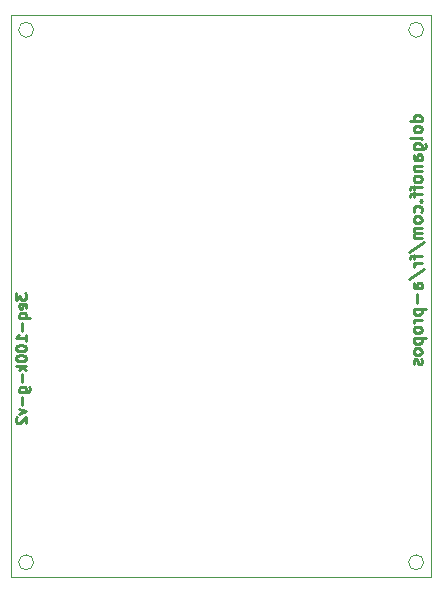
<source format=gbo>
%FSLAX46Y46*%
G04 Gerber Fmt 4.6, Leading zero omitted, Abs format (unit mm)*
G04 Created by KiCad (PCBNEW (2014-08-26 BZR 5101)-product) date 01/09/2014 17:51:50*
%MOMM*%
G01*
G04 APERTURE LIST*
%ADD10C,0.100000*%
%ADD11C,0.254000*%
%ADD12C,0.222250*%
%ADD13C,1.778000*%
%ADD14R,1.778000X1.778000*%
%ADD15R,2.286000X1.778000*%
%ADD16O,2.286000X1.778000*%
G04 APERTURE END LIST*
D10*
D11*
X147144619Y-85186763D02*
X146128619Y-85186763D01*
X147096238Y-85186763D02*
X147144619Y-85090001D01*
X147144619Y-84896478D01*
X147096238Y-84799716D01*
X147047857Y-84751335D01*
X146951095Y-84702954D01*
X146660810Y-84702954D01*
X146564048Y-84751335D01*
X146515667Y-84799716D01*
X146467286Y-84896478D01*
X146467286Y-85090001D01*
X146515667Y-85186763D01*
X147144619Y-85815716D02*
X147096238Y-85718954D01*
X147047857Y-85670573D01*
X146951095Y-85622192D01*
X146660810Y-85622192D01*
X146564048Y-85670573D01*
X146515667Y-85718954D01*
X146467286Y-85815716D01*
X146467286Y-85960858D01*
X146515667Y-86057620D01*
X146564048Y-86106001D01*
X146660810Y-86154382D01*
X146951095Y-86154382D01*
X147047857Y-86106001D01*
X147096238Y-86057620D01*
X147144619Y-85960858D01*
X147144619Y-85815716D01*
X147144619Y-86734954D02*
X147096238Y-86638192D01*
X146999476Y-86589811D01*
X146128619Y-86589811D01*
X146467286Y-87557429D02*
X147289762Y-87557429D01*
X147386524Y-87509048D01*
X147434905Y-87460667D01*
X147483286Y-87363906D01*
X147483286Y-87218763D01*
X147434905Y-87122001D01*
X147096238Y-87557429D02*
X147144619Y-87460667D01*
X147144619Y-87267144D01*
X147096238Y-87170382D01*
X147047857Y-87122001D01*
X146951095Y-87073620D01*
X146660810Y-87073620D01*
X146564048Y-87122001D01*
X146515667Y-87170382D01*
X146467286Y-87267144D01*
X146467286Y-87460667D01*
X146515667Y-87557429D01*
X147144619Y-88476667D02*
X146612429Y-88476667D01*
X146515667Y-88428286D01*
X146467286Y-88331524D01*
X146467286Y-88138001D01*
X146515667Y-88041239D01*
X147096238Y-88476667D02*
X147144619Y-88379905D01*
X147144619Y-88138001D01*
X147096238Y-88041239D01*
X146999476Y-87992858D01*
X146902714Y-87992858D01*
X146805952Y-88041239D01*
X146757571Y-88138001D01*
X146757571Y-88379905D01*
X146709190Y-88476667D01*
X146467286Y-88960477D02*
X147144619Y-88960477D01*
X146564048Y-88960477D02*
X146515667Y-89008858D01*
X146467286Y-89105620D01*
X146467286Y-89250762D01*
X146515667Y-89347524D01*
X146612429Y-89395905D01*
X147144619Y-89395905D01*
X147144619Y-90024858D02*
X147096238Y-89928096D01*
X147047857Y-89879715D01*
X146951095Y-89831334D01*
X146660810Y-89831334D01*
X146564048Y-89879715D01*
X146515667Y-89928096D01*
X146467286Y-90024858D01*
X146467286Y-90170000D01*
X146515667Y-90266762D01*
X146564048Y-90315143D01*
X146660810Y-90363524D01*
X146951095Y-90363524D01*
X147047857Y-90315143D01*
X147096238Y-90266762D01*
X147144619Y-90170000D01*
X147144619Y-90024858D01*
X146467286Y-90653810D02*
X146467286Y-91040858D01*
X147144619Y-90798953D02*
X146273762Y-90798953D01*
X146177000Y-90847334D01*
X146128619Y-90944096D01*
X146128619Y-91040858D01*
X146467286Y-91234381D02*
X146467286Y-91621429D01*
X147144619Y-91379524D02*
X146273762Y-91379524D01*
X146177000Y-91427905D01*
X146128619Y-91524667D01*
X146128619Y-91621429D01*
X147047857Y-91960095D02*
X147096238Y-92008476D01*
X147144619Y-91960095D01*
X147096238Y-91911714D01*
X147047857Y-91960095D01*
X147144619Y-91960095D01*
X147096238Y-92879333D02*
X147144619Y-92782571D01*
X147144619Y-92589048D01*
X147096238Y-92492286D01*
X147047857Y-92443905D01*
X146951095Y-92395524D01*
X146660810Y-92395524D01*
X146564048Y-92443905D01*
X146515667Y-92492286D01*
X146467286Y-92589048D01*
X146467286Y-92782571D01*
X146515667Y-92879333D01*
X147144619Y-93459905D02*
X147096238Y-93363143D01*
X147047857Y-93314762D01*
X146951095Y-93266381D01*
X146660810Y-93266381D01*
X146564048Y-93314762D01*
X146515667Y-93363143D01*
X146467286Y-93459905D01*
X146467286Y-93605047D01*
X146515667Y-93701809D01*
X146564048Y-93750190D01*
X146660810Y-93798571D01*
X146951095Y-93798571D01*
X147047857Y-93750190D01*
X147096238Y-93701809D01*
X147144619Y-93605047D01*
X147144619Y-93459905D01*
X147144619Y-94234000D02*
X146467286Y-94234000D01*
X146564048Y-94234000D02*
X146515667Y-94282381D01*
X146467286Y-94379143D01*
X146467286Y-94524285D01*
X146515667Y-94621047D01*
X146612429Y-94669428D01*
X147144619Y-94669428D01*
X146612429Y-94669428D02*
X146515667Y-94717809D01*
X146467286Y-94814571D01*
X146467286Y-94959714D01*
X146515667Y-95056476D01*
X146612429Y-95104857D01*
X147144619Y-95104857D01*
X146080238Y-96314381D02*
X147386524Y-95443524D01*
X146467286Y-96507905D02*
X146467286Y-96894953D01*
X147144619Y-96653048D02*
X146273762Y-96653048D01*
X146177000Y-96701429D01*
X146128619Y-96798191D01*
X146128619Y-96894953D01*
X147144619Y-97233619D02*
X146467286Y-97233619D01*
X146660810Y-97233619D02*
X146564048Y-97282000D01*
X146515667Y-97330381D01*
X146467286Y-97427143D01*
X146467286Y-97523904D01*
X146080238Y-98588285D02*
X147386524Y-97717428D01*
X147144619Y-99362380D02*
X146612429Y-99362380D01*
X146515667Y-99313999D01*
X146467286Y-99217237D01*
X146467286Y-99023714D01*
X146515667Y-98926952D01*
X147096238Y-99362380D02*
X147144619Y-99265618D01*
X147144619Y-99023714D01*
X147096238Y-98926952D01*
X146999476Y-98878571D01*
X146902714Y-98878571D01*
X146805952Y-98926952D01*
X146757571Y-99023714D01*
X146757571Y-99265618D01*
X146709190Y-99362380D01*
X146757571Y-99846190D02*
X146757571Y-100620285D01*
X146467286Y-101104095D02*
X147483286Y-101104095D01*
X146515667Y-101104095D02*
X146467286Y-101200857D01*
X146467286Y-101394380D01*
X146515667Y-101491142D01*
X146564048Y-101539523D01*
X146660810Y-101587904D01*
X146951095Y-101587904D01*
X147047857Y-101539523D01*
X147096238Y-101491142D01*
X147144619Y-101394380D01*
X147144619Y-101200857D01*
X147096238Y-101104095D01*
X147144619Y-102023333D02*
X146467286Y-102023333D01*
X146660810Y-102023333D02*
X146564048Y-102071714D01*
X146515667Y-102120095D01*
X146467286Y-102216857D01*
X146467286Y-102313618D01*
X147144619Y-102797428D02*
X147096238Y-102700666D01*
X147047857Y-102652285D01*
X146951095Y-102603904D01*
X146660810Y-102603904D01*
X146564048Y-102652285D01*
X146515667Y-102700666D01*
X146467286Y-102797428D01*
X146467286Y-102942570D01*
X146515667Y-103039332D01*
X146564048Y-103087713D01*
X146660810Y-103136094D01*
X146951095Y-103136094D01*
X147047857Y-103087713D01*
X147096238Y-103039332D01*
X147144619Y-102942570D01*
X147144619Y-102797428D01*
X146467286Y-103571523D02*
X147483286Y-103571523D01*
X146515667Y-103571523D02*
X146467286Y-103668285D01*
X146467286Y-103861808D01*
X146515667Y-103958570D01*
X146564048Y-104006951D01*
X146660810Y-104055332D01*
X146951095Y-104055332D01*
X147047857Y-104006951D01*
X147096238Y-103958570D01*
X147144619Y-103861808D01*
X147144619Y-103668285D01*
X147096238Y-103571523D01*
X147144619Y-104635904D02*
X147096238Y-104539142D01*
X147047857Y-104490761D01*
X146951095Y-104442380D01*
X146660810Y-104442380D01*
X146564048Y-104490761D01*
X146515667Y-104539142D01*
X146467286Y-104635904D01*
X146467286Y-104781046D01*
X146515667Y-104877808D01*
X146564048Y-104926189D01*
X146660810Y-104974570D01*
X146951095Y-104974570D01*
X147047857Y-104926189D01*
X147096238Y-104877808D01*
X147144619Y-104781046D01*
X147144619Y-104635904D01*
X147096238Y-105361618D02*
X147144619Y-105458380D01*
X147144619Y-105651904D01*
X147096238Y-105748665D01*
X146999476Y-105797046D01*
X146951095Y-105797046D01*
X146854333Y-105748665D01*
X146805952Y-105651904D01*
X146805952Y-105506761D01*
X146757571Y-105409999D01*
X146660810Y-105361618D01*
X146612429Y-105361618D01*
X146515667Y-105409999D01*
X146467286Y-105506761D01*
X146467286Y-105651904D01*
X146515667Y-105748665D01*
D12*
X112797167Y-99758499D02*
X112797167Y-100308832D01*
X113135833Y-100012499D01*
X113135833Y-100139499D01*
X113178167Y-100224166D01*
X113220500Y-100266499D01*
X113305167Y-100308832D01*
X113516833Y-100308832D01*
X113601500Y-100266499D01*
X113643833Y-100224166D01*
X113686167Y-100139499D01*
X113686167Y-99885499D01*
X113643833Y-99800832D01*
X113601500Y-99758499D01*
X113643833Y-101028499D02*
X113686167Y-100943833D01*
X113686167Y-100774499D01*
X113643833Y-100689833D01*
X113559167Y-100647499D01*
X113220500Y-100647499D01*
X113135833Y-100689833D01*
X113093500Y-100774499D01*
X113093500Y-100943833D01*
X113135833Y-101028499D01*
X113220500Y-101070833D01*
X113305167Y-101070833D01*
X113389833Y-100647499D01*
X113093500Y-101832833D02*
X113982500Y-101832833D01*
X113643833Y-101832833D02*
X113686167Y-101748166D01*
X113686167Y-101578833D01*
X113643833Y-101494166D01*
X113601500Y-101451833D01*
X113516833Y-101409499D01*
X113262833Y-101409499D01*
X113178167Y-101451833D01*
X113135833Y-101494166D01*
X113093500Y-101578833D01*
X113093500Y-101748166D01*
X113135833Y-101832833D01*
X113347500Y-102256166D02*
X113347500Y-102933499D01*
X113686167Y-103822499D02*
X113686167Y-103314499D01*
X113686167Y-103568499D02*
X112797167Y-103568499D01*
X112924167Y-103483833D01*
X113008833Y-103399166D01*
X113051167Y-103314499D01*
X112797167Y-104372833D02*
X112797167Y-104457500D01*
X112839500Y-104542166D01*
X112881833Y-104584500D01*
X112966500Y-104626833D01*
X113135833Y-104669166D01*
X113347500Y-104669166D01*
X113516833Y-104626833D01*
X113601500Y-104584500D01*
X113643833Y-104542166D01*
X113686167Y-104457500D01*
X113686167Y-104372833D01*
X113643833Y-104288166D01*
X113601500Y-104245833D01*
X113516833Y-104203500D01*
X113347500Y-104161166D01*
X113135833Y-104161166D01*
X112966500Y-104203500D01*
X112881833Y-104245833D01*
X112839500Y-104288166D01*
X112797167Y-104372833D01*
X112797167Y-105219500D02*
X112797167Y-105304167D01*
X112839500Y-105388833D01*
X112881833Y-105431167D01*
X112966500Y-105473500D01*
X113135833Y-105515833D01*
X113347500Y-105515833D01*
X113516833Y-105473500D01*
X113601500Y-105431167D01*
X113643833Y-105388833D01*
X113686167Y-105304167D01*
X113686167Y-105219500D01*
X113643833Y-105134833D01*
X113601500Y-105092500D01*
X113516833Y-105050167D01*
X113347500Y-105007833D01*
X113135833Y-105007833D01*
X112966500Y-105050167D01*
X112881833Y-105092500D01*
X112839500Y-105134833D01*
X112797167Y-105219500D01*
X113686167Y-105896834D02*
X112797167Y-105896834D01*
X113347500Y-105981500D02*
X113686167Y-106235500D01*
X113093500Y-106235500D02*
X113432167Y-105896834D01*
X113347500Y-106616501D02*
X113347500Y-107293834D01*
X113093500Y-108098168D02*
X113813167Y-108098168D01*
X113897833Y-108055834D01*
X113940167Y-108013501D01*
X113982500Y-107928834D01*
X113982500Y-107801834D01*
X113940167Y-107717168D01*
X113643833Y-108098168D02*
X113686167Y-108013501D01*
X113686167Y-107844168D01*
X113643833Y-107759501D01*
X113601500Y-107717168D01*
X113516833Y-107674834D01*
X113262833Y-107674834D01*
X113178167Y-107717168D01*
X113135833Y-107759501D01*
X113093500Y-107844168D01*
X113093500Y-108013501D01*
X113135833Y-108098168D01*
X113347500Y-108521501D02*
X113347500Y-109198834D01*
X113093500Y-109537501D02*
X113686167Y-109749168D01*
X113093500Y-109960834D01*
X112881833Y-110257167D02*
X112839500Y-110299501D01*
X112797167Y-110384167D01*
X112797167Y-110595834D01*
X112839500Y-110680501D01*
X112881833Y-110722834D01*
X112966500Y-110765167D01*
X113051167Y-110765167D01*
X113178167Y-110722834D01*
X113686167Y-110214834D01*
X113686167Y-110765167D01*
D10*
X112395000Y-123825000D02*
X147955000Y-123825000D01*
X112395000Y-76200000D02*
X147955000Y-76200000D01*
X114300000Y-122555000D02*
G75*
G03X114300000Y-122555000I-635000J0D01*
G74*
G01*
X147320000Y-122555000D02*
G75*
G03X147320000Y-122555000I-635000J0D01*
G74*
G01*
X147320000Y-77470000D02*
G75*
G03X147320000Y-77470000I-635000J0D01*
G74*
G01*
X114300000Y-77470000D02*
G75*
G03X114300000Y-77470000I-635000J0D01*
G74*
G01*
X112395000Y-123825000D02*
X112395000Y-76200000D01*
X147955000Y-76200000D02*
X147955000Y-123825000D01*
%LPC*%
D13*
X120015000Y-120015000D03*
X120015000Y-114935000D03*
D14*
X119888000Y-104140000D03*
D13*
X119888000Y-100330000D03*
X128270000Y-90170000D03*
X133350000Y-90170000D03*
X128270000Y-93345000D03*
X133350000Y-93345000D03*
X139065000Y-86360000D03*
X144145000Y-86360000D03*
X116840000Y-86360000D03*
X121920000Y-86360000D03*
D14*
X140335000Y-106680000D03*
D13*
X144145000Y-106680000D03*
D14*
X128905000Y-118745000D03*
D13*
X125095000Y-118745000D03*
D14*
X137160000Y-116840000D03*
D13*
X137160000Y-120650000D03*
D14*
X116840000Y-109220000D03*
D13*
X116840000Y-106680000D03*
D14*
X145415000Y-115570000D03*
D13*
X145415000Y-113030000D03*
D14*
X142240000Y-121285000D03*
D13*
X142240000Y-118745000D03*
X116840000Y-120015000D03*
X116840000Y-112395000D03*
X130175000Y-113665000D03*
X122555000Y-113665000D03*
X124460000Y-90170000D03*
X116840000Y-90170000D03*
X124460000Y-93345000D03*
X116840000Y-93345000D03*
X116840000Y-97155000D03*
X124460000Y-97155000D03*
X133985000Y-86360000D03*
X126365000Y-86360000D03*
X144145000Y-90170000D03*
X136525000Y-90170000D03*
X144145000Y-93345000D03*
X136525000Y-93345000D03*
X144145000Y-97155000D03*
X136525000Y-97155000D03*
X137160000Y-111125000D03*
X137160000Y-103505000D03*
X133985000Y-113665000D03*
X141605000Y-113665000D03*
X132080000Y-121285000D03*
X132080000Y-113665000D03*
D14*
X144145000Y-81915000D03*
D13*
X141605000Y-81915000D03*
X139065000Y-81915000D03*
D14*
X133350000Y-81915000D03*
D13*
X130810000Y-81915000D03*
X128270000Y-81915000D03*
D14*
X121920000Y-81915000D03*
D13*
X119380000Y-81915000D03*
X116840000Y-81915000D03*
D15*
X125095000Y-102235000D03*
D16*
X125095000Y-104775000D03*
X125095000Y-107315000D03*
X125095000Y-109855000D03*
X132715000Y-109855000D03*
X132715000Y-107315000D03*
X132715000Y-104775000D03*
X132715000Y-102235000D03*
D13*
X128143000Y-97155000D03*
X133223000Y-97155000D03*
M02*

</source>
